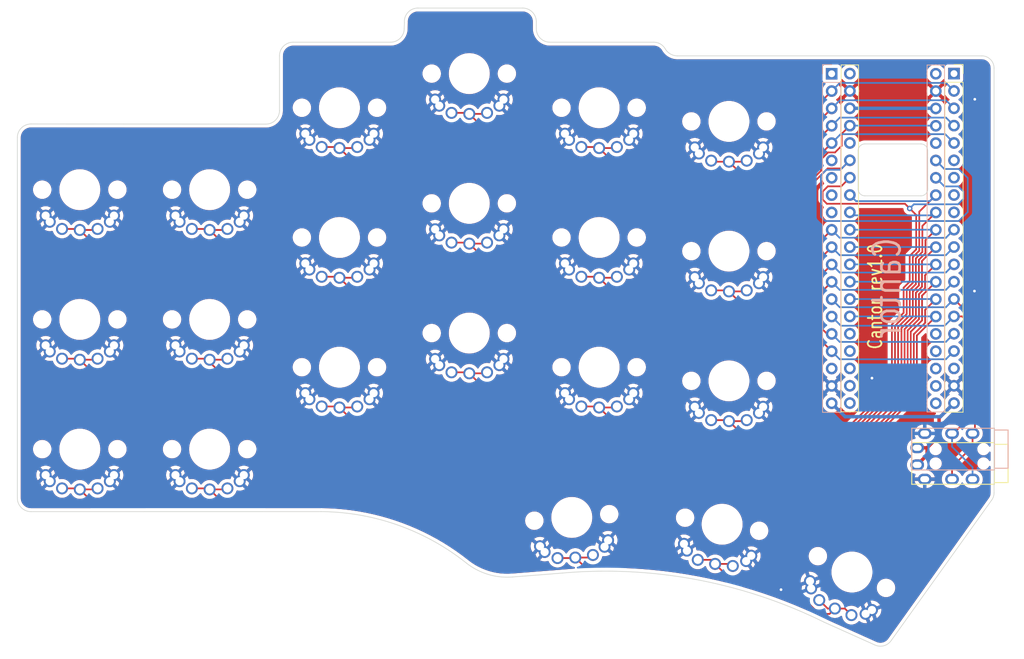
<source format=kicad_pcb>
(kicad_pcb (version 20211014) (generator pcbnew)
  (title_block (rev "rev1.0"))
  (layers (0 "F.Cu" signal) (31 "B.Cu" signal) (34 "B.Paste" user) (35 "F.Paste" user) (36 "B.SilkS" user "B.Silkscreen") (37 "F.SilkS" user "F.Silkscreen") (38 "B.Mask" user) (39 "F.Mask" user) (44 "Edge.Cuts" user))
  (net 0 "")
  (net 1 "+3V3")
  (net 2 "GND")
  (net 3 "/TX")
  (net 4 "/RX")
  (net 5 "/k00")
  (net 6 "/k01")
  (net 7 "/k02")
  (net 8 "/k03")
  (net 9 "/k04")
  (net 10 "/k05")
  (net 11 "/k10")
  (net 12 "/k11")
  (net 13 "/k12")
  (net 14 "/k13")
  (net 15 "/k14")
  (net 16 "/k15")
  (net 17 "/k20")
  (net 18 "/k21")
  (net 19 "/k22")
  (net 20 "/k23")
  (net 21 "/k24")
  (net 22 "/k25")
  (net 23 "/k30")
  (net 24 "/k31")
  (net 25 "/k32")
  (footprint "fingerpunch:gateron-ks27-choc-v1-reversible" (layer "F.Cu") (at 164 98)
    (fp_text reference "K25" hide)
    (fp_text value "KEYSW" hide)
  )
  (footprint "fingerpunch:gateron-ks27-choc-v1-reversible" (layer "F.Cu") (at 145 96)
    (fp_text reference "K24" hide)
    (fp_text value "KEYSW" hide)
  )
  (footprint "fingerpunch:gateron-ks27-choc-v1-reversible" (layer "F.Cu") (at 88 108)
    (fp_text reference "K21" hide)
    (fp_text value "KEYSW" hide)
  )
  (footprint "fingerpunch:gateron-ks27-choc-v1-reversible" (layer "F.Cu") (at 107 58)
    (fp_text reference "K02" hide)
    (fp_text value "KEYSW" hide)
  )
  (footprint "fingerpunch:gateron-ks27-choc-v1-reversible" (layer "F.Cu") (at 69 89)
    (fp_text reference "K10" hide)
    (fp_text value "KEYSW" hide)
  )
  (footprint "fingerpunch:gateron-ks27-choc-v1-reversible" (layer "F.Cu") (at 145 58)
    (fp_text reference "K04" hide)
    (fp_text value "KEYSW" hide)
  )
  (footprint "fingerpunch:gateron-ks27-choc-v1-reversible" (layer "F.Cu") (at 107 77)
    (fp_text reference "K12" hide)
    (fp_text value "KEYSW" hide)
  )
  (footprint "fingerpunch:gateron-ks27-choc-v1-reversible" (layer "F.Cu") (at 141 118 5)
    (fp_text reference "K30" hide)
    (fp_text value "KEYSW" hide)
  )
  (footprint "fingerpunch:gateron-ks27-choc-v1-reversible" (layer "F.Cu") (at 88 70)
    (fp_text reference "K01" hide)
    (fp_text value "KEYSW" hide)
  )
  (footprint "fingerpunch:gateron-ks27-choc-v1-reversible" (layer "F.Cu") (at 145 77)
    (fp_text reference "K14" hide)
    (fp_text value "KEYSW" hide)
  )
  (footprint "fingerpunch:gateron-ks27-choc-v1-reversible" (layer "F.Cu") (at 126 91)
    (fp_text reference "K23" hide)
    (fp_text value "KEYSW" hide)
  )
  (footprint "fingerpunch:gateron-ks27-choc-v1-reversible" (layer "F.Cu") (at 126 53)
    (fp_text reference "K03" hide)
    (fp_text value "KEYSW" hide)
  )
  (footprint "fingerpunch:gateron-ks27-choc-v1-reversible" (layer "F.Cu") (at 107 96)
    (fp_text reference "K22" hide)
    (fp_text value "KEYSW" hide)
  )
  (footprint "Keebio-Parts:TRRS-PJ-320A" (layer "F.Cu") (at 202.85 110.1 -90)
    (fp_text reference "J1" hide)
    (fp_text value "TRRS" hide)
  )
  (footprint "fingerpunch:gateron-ks27-choc-v1-reversible" (layer "F.Cu") (at 164 79)
    (fp_text reference "K15" hide)
    (fp_text value "KEYSW" hide)
  )
  (footprint "fingerpunch:gateron-ks27-choc-v1-reversible" (layer "F.Cu") (at 182 126 -25)
    (fp_text reference "K32" hide)
    (fp_text value "KEYSW" hide)
  )
  (footprint "fingerpunch:gateron-ks27-choc-v1-reversible" (layer "F.Cu") (at 88 89)
    (fp_text reference "K11" hide)
    (fp_text value "KEYSW" hide)
  )
  (footprint "Footprints:YAAJ_WeAct_BlackPill_2" (layer "F.Cu") (at 179.155 53)
    (fp_text reference "U1" hide)
    (fp_text value "YAAJ_WeAct_BlackPill_Part_Like" hide)
  )
  (footprint "fingerpunch:gateron-ks27-choc-v1-reversible" (layer "F.Cu") (at 164 60)
    (fp_text reference "K05" hide)
    (fp_text value "KEYSW" hide)
  )
  (footprint "fingerpunch:gateron-ks27-choc-v1-reversible" (layer "F.Cu") (at 69 108)
    (fp_text reference "K20" hide)
    (fp_text value "KEYSW" hide)
  )
  (footprint "fingerpunch:gateron-ks27-choc-v1-reversible" (layer "F.Cu") (at 126 72)
    (fp_text reference "K13" hide)
    (fp_text value "KEYSW" hide)
  )
  (footprint "fingerpunch:gateron-ks27-choc-v1-reversible" (layer "F.Cu") (at 69 70)
    (fp_text reference "K00" hide)
    (fp_text value "KEYSW" hide)
  )
  (footprint "fingerpunch:gateron-ks27-choc-v1-reversible" (layer "F.Cu") (at 163 119 -10)
    (fp_text reference "K31" hide)
    (fp_text value "KEYSW" hide)
  )
  (gr_line (start 182.9 69.9) (end 182.9 64.3) (layer "Edge.Cuts") (width 0.1))
  (gr_arc (start 201 50.4) (mid 202.272792 50.927208) (end 202.8 52.2) (layer "Edge.Cuts") (width 0.1))
  (gr_arc (start 98.222 50.4) (mid 98.807786 48.985786) (end 100.222 48.4) (layer "Edge.Cuts") (width 0.1))
  (gr_line (start 61.856 117.156) (end 104.31 117.15) (layer "Edge.Cuts") (width 0.1))
  (gr_line (start 187.767999 135.999999) (end 202.434044 115.487896) (layer "Edge.Cuts") (width 0.1))
  (gr_arc (start 132.31 126.724999) (mid 128.740962 126.338896) (end 125.56 124.674999) (layer "Edge.Cuts") (width 0.1))
  (gr_arc (start 116.502 45.53) (mid 117.023969 44.034027) (end 118.476 43.4) (layer "Edge.Cuts") (width 0.1))
  (gr_line (start 192.1 70.9) (end 183.9 70.9) (layer "Edge.Cuts") (width 0.1))
  (gr_line (start 201 50.4) (end 156.480002 50.399998) (layer "Edge.Cuts") (width 0.1))
  (gr_arc (start 182.9 64.3) (mid 183.192893 63.592893) (end 183.9 63.3) (layer "Edge.Cuts") (width 0.1))
  (gr_line (start 116.502 45.53) (end 116.476 46.4) (layer "Edge.Cuts") (width 0.1))
  (gr_line (start 135.806 46.4) (end 135.808 45.4) (layer "Edge.Cuts") (width 0.1))
  (gr_arc (start 193.1 69.9) (mid 192.807107 70.607107) (end 192.1 70.9) (layer "Edge.Cuts") (width 0.1))
  (gr_line (start 193.092893 64.3) (end 193.1 69.9) (layer "Edge.Cuts") (width 0.1))
  (gr_arc (start 202.8 114.4) (mid 202.70606 114.973899) (end 202.434044 115.487896) (layer "Edge.Cuts") (width 0.1))
  (gr_line (start 98.222 50.4) (end 98.222 58.4) (layer "Edge.Cuts") (width 0.1))
  (gr_line (start 96.222 60.4) (end 61.856 60.38) (layer "Edge.Cuts") (width 0.1))
  (gr_arc (start 133.808 43.4) (mid 135.222214 43.985786) (end 135.808 45.4) (layer "Edge.Cuts") (width 0.1))
  (gr_arc (start 116.476 46.4) (mid 115.890214 47.814214) (end 114.476 48.4) (layer "Edge.Cuts") (width 0.1))
  (gr_arc (start 61.856 117.156) (mid 60.441786 116.570214) (end 59.856 115.156) (layer "Edge.Cuts") (width 0.1))
  (gr_line (start 202.8 114.4) (end 202.8 113.2) (layer "Edge.Cuts") (width 0.1))
  (gr_line (start 139.61 126.15) (end 132.31 126.724999) (layer "Edge.Cuts") (width 0.1))
  (gr_line (start 177.939399 133.349999) (end 185.331868 136.671447) (layer "Edge.Cuts") (width 0.1))
  (gr_arc (start 137.8 48.4) (mid 136.387906 47.813849) (end 135.806 46.4) (layer "Edge.Cuts") (width 0.1))
  (gr_arc (start 156.480002 50.399998) (mid 155.454806 50.133049) (end 154.69 49.4) (layer "Edge.Cuts") (width 0.1))
  (gr_line (start 59.856 62.38) (end 59.856 115.156) (layer "Edge.Cuts") (width 0.1))
  (gr_arc (start 192.092893 63.3) (mid 192.8 63.592893) (end 193.092893 64.3) (layer "Edge.Cuts") (width 0.1))
  (gr_arc (start 183.9 70.9) (mid 183.192893 70.607107) (end 182.9 69.9) (layer "Edge.Cuts") (width 0.1))
  (gr_line (start 133.808 43.4) (end 118.476 43.4) (layer "Edge.Cuts") (width 0.1))
  (gr_arc (start 59.856 62.38) (mid 60.441786 60.965786) (end 61.856 60.38) (layer "Edge.Cuts") (width 0.1))
  (gr_arc (start 104.31 117.15) (mid 115.566229 119.129958) (end 125.56 124.674999) (layer "Edge.Cuts") (width 0.1))
  (gr_line (start 183.9 63.3) (end 192.092893 63.3) (layer "Edge.Cuts") (width 0.1))
  (gr_line (start 114.476 48.4) (end 100.222 48.4) (layer "Edge.Cuts") (width 0.1))
  (gr_arc (start 152.99 48.4) (mid 153.976154 48.668538) (end 154.69 49.4) (layer "Edge.Cuts") (width 0.1))
  (gr_line (start 202.8 113.2) (end 202.8 52.2) (layer "Edge.Cuts") (width 0.1))
  (gr_arc (start 98.222 58.4) (mid 97.636214 59.814214) (end 96.222 60.4) (layer "Edge.Cuts") (width 0.1))
  (gr_arc (start 187.767999 135.999999) (mid 186.676511 136.794969) (end 185.331868 136.671447) (layer "Edge.Cuts") (width 0.1))
  (gr_line (start 152.99 48.4) (end 137.8 48.4) (layer "Edge.Cuts") (width 0.1))
  (gr_arc (start 139.61 126.15) (mid 159.269797 127.114332) (end 177.939399 133.349999) (layer "Edge.Cuts") (width 0.1))
  (gr_text "Cantor" (at 187.15 84.4 90) (layer "B.SilkS") (effects (font (size 4 3) (thickness 0.4)) (justify mirror)))
  (gr_text "Cantor rev1.0" (at 185.4 85.65 90) (layer "F.SilkS") (effects (font (size 2 1.5) (thickness 0.25))))
  (segment (start 193 107.8) (end 191.55 107.8) (width 0.5) (layer "F.Cu") (net 1))
  (segment (start 193 108.85) (end 191.55 110.3) (width 0.5) (layer "F.Cu") (net 1))
  (segment (start 194.75 103.445) (end 194.75 106.05) (width 0.5) (layer "F.Cu") (net 1))
  (segment (start 193.3 107.5) (end 193 107.8) (width 0.5) (layer "F.Cu") (net 1))
  (segment (start 196.935 101.26) (end 194.75 103.445) (width 0.5) (layer "F.Cu") (net 1))
  (segment (start 194.75 106.05) (end 193.3 107.5) (width 0.5) (layer "F.Cu") (net 1))
  (segment (start 193 107.8) (end 193 108.85) (width 0.5) (layer "F.Cu") (net 1))
  (segment (start 179.035 101.28) (end 181.005 103.25) (width 0.5) (layer "B.Cu") (net 1))
  (segment (start 194.945 103.25) (end 196.935 101.26) (width 0.5) (layer "B.Cu") (net 1))
  (segment (start 181.005 103.25) (end 194.945 103.25) (width 0.5) (layer "B.Cu") (net 1))
  (segment (start 181.695 58.08) (end 194.255 58.08) (width 0.5) (layer "B.Cu") (net 1))
  (segment (start 194.255 58.08) (end 194.275 58.1) (width 0.25) (layer "B.Cu") (net 1))
  (via (at 199.98 56.76) (size 0.8) (drill 0.4) (layers "F.Cu" "B.Cu") (net 2))
  (via (at 171.62 128.58) (size 0.8) (drill 0.4) (layers "F.Cu" "B.Cu") (net 2))
  (via (at 184.93 97.6) (size 0.8) (drill 0.4) (layers "F.Cu" "B.Cu") (net 2))
  (via (at 199.93 84.85) (size 0.8) (drill 0.4) (layers "F.Cu" "B.Cu") (net 2))
  (segment (start 193.2 112.3) (end 192.6625 112.3) (width 0.25) (layer "B.Cu") (net 2))
  (segment (start 200 105.35) (end 199.65 105.7) (width 0.25) (layer "F.Cu") (net 3))
  (segment (start 196.65 110.6) (end 196.65 112.4) (width 0.25) (layer "F.Cu") (net 3))
  (segment (start 199.65 107.6) (end 199.65 105.7) (width 0.25) (layer "F.Cu") (net 3))
  (segment (start 199.65 107.6) (end 196.65 110.6) (width 0.25) (layer "F.Cu") (net 3))
  (segment (start 196.935 86.02) (end 200 89.085) (width 0.25) (layer "F.Cu") (net 3))
  (segment (start 200 89.085) (end 200 105.35) (width 0.25) (layer "F.Cu") (net 3))
  (segment (start 193.786995 87.213005) (end 193.788501 87.214511) (width 0.25) (layer "B.Cu") (net 3))
  (segment (start 179.035 86.04) (end 180.208005 87.213005) (width 0.25) (layer "B.Cu") (net 3))
  (segment (start 195.740489 87.214511) (end 196.935 86.02) (width 0.25) (layer "B.Cu") (net 3))
  (segment (start 193.788501 87.214511) (end 195.740489 87.214511) (width 0.25) (layer "B.Cu") (net 3))
  (segment (start 180.208005 87.213005) (end 193.786995 87.213005) (width 0.25) (layer "B.Cu") (net 3))
  (segment (start 198.11 88.56) (end 199.55048 90.00048) (width 0.25) (layer "F.Cu") (net 4))
  (segment (start 199.55048 90.00048) (end 199.55048 102.99952) (width 0.25) (layer "F.Cu") (net 4))
  (segment (start 199.55048 102.99952) (end 196.85 105.7) (width 0.25) (layer "F.Cu") (net 4))
  (segment (start 196.935 88.56) (end 198.11 88.56) (width 0.25) (layer "F.Cu") (net 4))
  (segment (start 196.85 105.7) (end 196.65 105.7) (width 0.25) (layer "F.Cu") (net 4))
  (segment (start 199.65 110.65) (end 199.65 112.4) (width 0.25) (layer "B.Cu") (net 4))
  (segment (start 196.65 107.65) (end 199.65 110.65) (width 0.25) (layer "B.Cu") (net 4))
  (segment (start 180.380489 89.925489) (end 195.569511 89.925489) (width 0.25) (layer "B.Cu") (net 4))
  (segment (start 196.65 105.7) (end 196.65 107.65) (width 0.25) (layer "B.Cu") (net 4))
  (segment (start 179.035 88.58) (end 180.380489 89.925489) (width 0.25) (layer "B.Cu") (net 4))
  (segment (start 195.569511 89.925489) (end 196.935 88.56) (width 0.25) (layer "B.Cu") (net 4))
  (segment (start 120.664114 61.858) (end 115.976114 66.546) (width 0.25) (layer "F.Cu") (net 5))
  (segment (start 97.902 76.696396) (end 96.348396 78.25) (width 0.25) (layer "F.Cu") (net 5))
  (segment (start 180.500489 66.894511) (end 178.441489 66.894511) (width 0.25) (layer "F.Cu") (net 5))
  (segment (start 175.43696 69.89904) (end 155.482644 69.89904) (width 0.25) (layer "F.Cu") (net 5))
  (segment (start 68.85 75.75) (end 69 75.9) (width 0.25) (layer "F.Cu") (net 5))
  (segment (start 71.45 75.9) (end 71.6 75.75) (width 0.25) (layer "F.Cu") (net 5))
  (segment (start 136.844 67.388) (end 131.314 61.858) (width 0.25) (layer "F.Cu") (net 5))
  (segment (start 115.976114 66.546) (end 99.670396 66.546) (width 0.25) (layer "F.Cu") (net 5))
  (segment (start 131.314 61.858) (end 120.664114 61.858) (width 0.25) (layer "F.Cu") (net 5))
  (segment (start 66.4 75.75) (end 68.85 75.75) (width 0.25) (layer "F.Cu") (net 5))
  (segment (start 181.695 65.7) (end 180.500489 66.894511) (width 0.25) (layer "F.Cu") (net 5))
  (segment (start 71.35 78.25) (end 69 75.9) (width 0.25) (layer "F.Cu") (net 5))
  (segment (start 178.441489 66.894511) (end 175.43696 69.89904) (width 0.25) (layer "F.Cu") (net 5))
  (segment (start 155.482644 69.89904) (end 152.971604 67.388) (width 0.25) (layer "F.Cu") (net 5))
  (segment (start 96.348396 78.25) (end 71.35 78.25) (width 0.25) (layer "F.Cu") (net 5))
  (segment (start 97.902 68.314396) (end 97.902 76.696396) (width 0.25) (layer "F.Cu") (net 5))
  (segment (start 99.670396 66.546) (end 97.902 68.314396) (width 0.25) (layer "F.Cu") (net 5))
  (segment (start 152.971604 67.388) (end 136.844 67.388) (width 0.25) (layer "F.Cu") (net 5))
  (segment (start 69 75.9) (end 71.45 75.9) (width 0.25) (layer "F.Cu") (net 5))
  (segment (start 198.95 68.29) (end 198.95 73.27) (width 0.25) (layer "B.Cu") (net 5))
  (segment (start 197.63 66.97) (end 198.95 68.29) (width 0.25) (layer "B.Cu") (net 5))
  (segment (start 198.95 73.27) (end 197.63 74.59) (width 0.25) (layer "B.Cu") (net 5))
  (segment (start 194.275 65.72) (end 195.525 66.97) (width 0.25) (layer "B.Cu") (net 5))
  (segment (start 177.462 73.97) (end 177.462 67.874) (width 0.25) (layer "B.Cu") (net 5))
  (segment (start 177.462 67.874) (end 178.251 67.085) (width 0.25) (layer "B.Cu") (net 5))
  (segment (start 195.525 66.97) (end 197.63 66.97) (width 0.25) (layer "B.Cu") (net 5))
  (segment (start 180.31 67.085) (end 181.695 65.7) (width 0.25) (layer "B.Cu") (net 5))
  (segment (start 178.251 67.085) (end 180.31 67.085) (width 0.25) (layer "B.Cu") (net 5))
  (segment (start 178.082 74.59) (end 177.462 73.97) (width 0.25) (layer "B.Cu") (net 5))
  (segment (start 197.63 74.59) (end 178.082 74.59) (width 0.25) (layer "B.Cu") (net 5))
  (segment (start 97.452 68.128) (end 97.452 76.51) (width 0.25) (layer "F.Cu") (net 6))
  (segment (start 177.475 67.224604) (end 175.250084 69.44952) (width 0.25) (layer "F.Cu") (net 6))
  (segment (start 88 75.9) (end 90.45 75.9) (width 0.25) (layer "F.Cu") (net 6))
  (segment (start 181.695 60.62) (end 180.5 61.815) (width 0.25) (layer "F.Cu") (net 6))
  (segment (start 115.789718 66.096) (end 99.484 66.096) (width 0.25) (layer "F.Cu") (net 6))
  (segment (start 153.158 66.938) (end 137.030396 66.938) (width 0.25) (layer "F.Cu") (net 6))
  (segment (start 179.521499 64.545489) (end 178.504511 64.545489) (width 0.25) (layer "F.Cu") (net 6))
  (segment (start 120.477718 61.408) (end 115.789718 66.096) (width 0.25) (layer "F.Cu") (net 6))
  (segment (start 180.5 61.815) (end 180.5 63.566988) (width 0.25) (layer "F.Cu") (net 6))
  (segment (start 89.90048 77.80048) (end 88 75.9) (width 0.25) (layer "F.Cu") (net 6))
  (segment (start 97.452 76.51) (end 96.16152 77.80048) (width 0.25) (layer "F.Cu") (net 6))
  (segment (start 99.484 66.096) (end 97.452 68.128) (width 0.25) (layer "F.Cu") (net 6))
  (segment (start 175.250084 69.44952) (end 155.66952 69.44952) (width 0.25) (layer "F.Cu") (net 6))
  (segment (start 131.500396 61.408) (end 120.477718 61.408) (width 0.25) (layer "F.Cu") (net 6))
  (segment (start 137.030396 66.938) (end 131.500396 61.408) (width 0.25) (layer "F.Cu") (net 6))
  (segment (start 178.504511 64.545489) (end 177.475 65.575) (width 0.25) (layer "F.Cu") (net 6))
  (segment (start 90.45 75.9) (end 90.6 75.75) (width 0.25) (layer "F.Cu") (net 6))
  (segment (start 87.85 75.75) (end 88 75.9) (width 0.25) (layer "F.Cu") (net 6))
  (segment (start 177.475 65.575) (end 177.475 67.224604) (width 0.25) (layer "F.Cu") (net 6))
  (segment (start 155.66952 69.44952) (end 153.158 66.938) (width 0.25) (layer "F.Cu") (net 6))
  (segment (start 96.16152 77.80048) (end 89.90048 77.80048) (width 0.25) (layer "F.Cu") (net 6))
  (segment (start 180.5 63.566988) (end 179.521499 64.545489) (width 0.25) (layer "F.Cu") (net 6))
  (segment (start 85.4 75.75) (end 87.85 75.75) (width 0.25) (layer "F.Cu") (net 6))
  (segment (start 194.255 60.62) (end 194.275 60.64) (width 0.25) (layer "B.Cu") (net 6))
  (segment (start 181.695 60.62) (end 194.255 60.62) (width 0.25) (layer "B.Cu") (net 6))
  (segment (start 153.47 66.488) (end 137.216792 66.488) (width 0.25) (layer "F.Cu") (net 7))
  (segment (start 104.4 63.75) (end 106.85 63.75) (width 0.25) (layer "F.Cu") (net 7))
  (segment (start 177.025 65.19) (end 177.025 67.038208) (width 0.25) (layer "F.Cu") (net 7))
  (segment (start 155.982 69) (end 153.47 66.488) (width 0.25) (layer "F.Cu") (net 7))
  (segment (start 179.035 63.18) (end 177.025 65.19) (width 0.25) (layer "F.Cu") (net 7))
  (segment (start 109.45 63.9) (end 109.6 63.75) (width 0.25) (layer "F.Cu") (net 7))
  (segment (start 131.686792 60.958) (end 120.292 60.958) (width 0.25) (layer "F.Cu") (net 7))
  (segment (start 106.85 63.75) (end 107 63.9) (width 0.25) (layer "F.Cu") (net 7))
  (segment (start 108.688 65.588) (end 107 63.9) (width 0.25) (layer "F.Cu") (net 7))
  (segment (start 115.662 65.588) (end 108.688 65.588) (width 0.25) (layer "F.Cu") (net 7))
  (segment (start 177.025 67.038208) (end 175.063208 69) (width 0.25) (layer "F.Cu") (net 7))
  (segment (start 107 63.9) (end 109.45 63.9) (width 0.25) (layer "F.Cu") (net 7))
  (segment (start 175.063208 69) (end 155.982 69) (width 0.25) (layer "F.Cu") (net 7))
  (segment (start 120.292 60.958) (end 115.662 65.588) (width 0.25) (layer "F.Cu") (net 7))
  (segment (start 137.216792 66.488) (end 131.686792 60.958) (width 0.25) (layer "F.Cu") (net 7))
  (segment (start 180.345 61.87) (end 195.645 61.87) (width 0.25) (layer "B.Cu") (net 7))
  (segment (start 179.035 63.18) (end 180.345 61.87) (width 0.25) (layer "B.Cu") (net 7))
  (segment (start 195.645 61.87) (end 196.935 63.16) (width 0.25) (layer "B.Cu") (net 7))
  (segment (start 127.608 60.508) (end 126 58.9) (width 0.25) (layer "F.Cu") (net 8))
  (segment (start 176.575 66.851812) (end 174.926812 68.5) (width 0.25) (layer "F.Cu") (net 8))
  (segment (start 123.4 58.75) (end 125.85 58.75) (width 0.25) (layer "F.Cu") (net 8))
  (segment (start 177.462 62.213) (end 177.462 64.116604) (width 0.25) (layer "F.Cu") (net 8))
  (segment (start 137.403188 66.038) (end 131.873188 60.508) (width 0.25) (layer "F.Cu") (net 8))
  (segment (start 153.720594 66.038) (end 137.403188 66.038) (width 0.25) (layer "F.Cu") (net 8))
  (segment (start 156.182594 68.5) (end 153.720594 66.038) (width 0.25) (layer "F.Cu") (net 8))
  (segment (start 179.035 60.64) (end 177.462 62.213) (width 0.25) (layer "F.Cu") (net 8))
  (segment (start 126 58.9) (end 128.45 58.9) (width 0.25) (layer "F.Cu") (net 8))
  (segment (start 177.462 64.116604) (end 176.575 65.003604) (width 0.25) (layer "F.Cu") (net 8))
  (segment (start 174.926812 68.5) (end 156.182594 68.5) (width 0.25) (layer "F.Cu") (net 8))
  (segment (start 176.575 65.003604) (end 176.575 66.851812) (width 0.25) (layer "F.Cu") (net 8))
  (segment (start 125.85 58.75) (end 126 58.9) (width 0.25) (layer "F.Cu") (net 8))
  (segment (start 131.873188 60.508) (end 127.608 60.508) (width 0.25) (layer "F.Cu") (net 8))
  (segment (start 128.45 58.9) (end 128.6 58.75) (width 0.25) (layer "F.Cu") (net 8))
  (segment (start 179.035 60.64) (end 180.229511 59.445489) (width 0.25) (layer "B.Cu") (net 8))
  (segment (start 180.229511 59.445489) (end 195.760489 59.445489) (width 0.25) (layer "B.Cu") (net 8))
  (segment (start 195.760489 59.445489) (end 196.935 60.62) (width 0.25) (layer "B.Cu") (net 8))
  (segment (start 147.45 63.9) (end 147.6 63.75) (width 0.25) (layer "F.Cu") (net 9))
  (segment (start 177.012 63.930208) (end 176.125 64.817208) (width 0.25) (layer "F.Cu") (net 9))
  (segment (start 179.035 58.1) (end 177.462 59.673) (width 0.25) (layer "F.Cu") (net 9))
  (segment (start 177.012 62.026604) (end 177.012 63.930208) (width 0.25) (layer "F.Cu") (net 9))
  (segment (start 176.125 66.665416) (end 174.790416 68) (width 0.25) (layer "F.Cu") (net 9))
  (segment (start 144.85 63.75) (end 145 63.9) (width 0.25) (layer "F.Cu") (net 9))
  (segment (start 176.125 64.817208) (end 176.125 66.665416) (width 0.25) (layer "F.Cu") (net 9))
  (segment (start 142.4 63.75) (end 144.85 63.75) (width 0.25) (layer "F.Cu") (net 9))
  (segment (start 177.462 61.576604) (end 177.012 62.026604) (width 0.25) (layer "F.Cu") (net 9))
  (segment (start 156.31899 68) (end 153.90699 65.588) (width 0.25) (layer "F.Cu") (net 9))
  (segment (start 145 63.9) (end 147.45 63.9) (width 0.25) (layer "F.Cu") (net 9))
  (segment (start 146.688 65.588) (end 145 63.9) (width 0.25) (layer "F.Cu") (net 9))
  (segment (start 177.462 59.673) (end 177.462 61.576604) (width 0.25) (layer "F.Cu") (net 9))
  (segment (start 174.790416 68) (end 156.31899 68) (width 0.25) (layer "F.Cu") (net 9))
  (segment (start 153.90699 65.588) (end 146.688 65.588) (width 0.25) (layer "F.Cu") (net 9))
  (segment (start 179.035 58.1) (end 180.229511 56.905489) (width 0.25) (layer "B.Cu") (net 9))
  (segment (start 195.760489 56.905489) (end 196.935 58.08) (width 0.25) (layer "B.Cu") (net 9))
  (segment (start 180.229511 56.905489) (end 195.760489 56.905489) (width 0.25) (layer "B.Cu") (net 9))
  (segment (start 177.012 61.390208) (end 176.562 61.840208) (width 0.25) (layer "F.Cu") (net 10))
  (segment (start 164 65.9) (end 161.55 65.9) (width 0.25) (layer "F.Cu") (net 10))
  (segment (start 176.562 61.840208) (end 176.562 63.743812) (width 0.25) (layer "F.Cu") (net 10))
  (segment (start 175.675 64.630812) (end 175.675 66.47902) (width 0.25) (layer "F.Cu") (net 10))
  (segment (start 176.562 63.743812) (end 175.675 64.630812) (width 0.25) (layer "F.Cu") (net 10))
  (segment (start 165.65048 67.55048) (end 164 65.9) (width 0.25) (layer "F.Cu") (net 10))
  (segment (start 161.55 65.9) (end 161.4 65.75) (width 0.25) (layer "F.Cu") (net 10))
  (segment (start 175.675 66.47902) (end 174.60354 67.55048) (width 0.25) (layer "F.Cu") (net 10))
  (segment (start 177.012 59.486604) (end 177.012 61.390208) (width 0.25) (layer "F.Cu") (net 10))
  (segment (start 164 65.9) (end 166.45 65.9) (width 0.25) (layer "F.Cu") (net 10))
  (segment (start 174.60354 67.55048) (end 165.65048 67.55048) (width 0.25) (layer "F.Cu") (net 10))
  (segment (start 177.462 57.133) (end 177.462 59.036604) (width 0.25) (layer "F.Cu") (net 10))
  (segment (start 177.462 59.036604) (end 177.012 59.486604) (width 0.25) (layer "F.Cu") (net 10))
  (segment (start 179.035 55.56) (end 177.462 57.133) (width 0.25) (layer "F.Cu") (net 10))
  (segment (start 166.45 65.9) (end 166.6 65.75) (width 0.25) (layer "F.Cu") (net 10))
  (segment (start 179.035 55.56) (end 180.229511 54.365489) (width 0.25) (layer "B.Cu") (net 10))
  (segment (start 195.760489 54.365489) (end 196.935 55.54) (width 0.25) (layer "B.Cu") (net 10))
  (segment (start 180.229511 54.365489) (end 195.760489 54.365489) (width 0.25) (layer "B.Cu") (net 10))
  (segment (start 66.4 94.75) (end 68.85 94.75) (width 0.25) (layer "F.Cu") (net 11))
  (segment (start 112.233436 85.538) (end 116.863436 80.908) (width 0.25) (layer "F.Cu") (net 11))
  (segment (start 116.863436 80.908) (end 130.552 80.908) (width 0.25) (layer "F.Cu") (net 11))
  (segment (start 97.902 94.848678) (end 97.902 87.364396) (width 0.25) (layer "F.Cu") (net 11))
  (segment (start 97.902 87.364396) (end 99.728396 85.538) (width 0.25) (layer "F.Cu") (net 11))
  (segment (start 71.45 94.9) (end 71.6 94.75) (width 0.25) (layer "F.Cu") (net 11))
  (segment (start 99.728396 85.538) (end 112.233436 85.538) (width 0.25) (layer "F.Cu") (net 11))
  (segment (start 152.206812 86.438) (end 154.724812 88.956) (width 0.25) (layer "F.Cu") (net 11))
  (segment (start 136.082 86.438) (end 152.206812 86.438) (width 0.25) (layer "F.Cu") (net 11))
  (segment (start 70.93 96.83) (end 95.920678 96.83) (width 0.25) (layer "F.Cu") (net 11))
  (segment (start 130.552 80.908) (end 136.082 86.438) (width 0.25) (layer "F.Cu") (net 11))
  (segment (start 177.5 90.9) (end 177.5 92.125) (width 0.25) (layer "F.Cu") (net 11))
  (segment (start 69 94.9) (end 70.93 96.83) (width 0.25) (layer "F.Cu") (net 11))
  (segment (start 95.920678 96.83) (end 97.902 94.848678) (width 0.25) (layer "F.Cu") (net 11))
  (segment (start 154.724812 88.956) (end 175.556 88.956) (width 0.25) (layer "F.Cu") (net 11))
  (segment (start 68.85 94.75) (end 69 94.9) (width 0.25) (layer "F.Cu") (net 11))
  (segment (start 175.556 88.956) (end 177.5 90.9) (width 0.25) (layer "F.Cu") (net 11))
  (segment (start 177.5 92.125) (end 179.035 93.66) (width 0.25) (layer "F.Cu") (net 11))
  (segment (start 69 94.9) (end 71.45 94.9) (width 0.25) (layer "F.Cu") (net 11))
  (segment (start 179.035 93.66) (end 180.209511 94.834511) (width 0.25) (layer "B.Cu") (net 11))
  (segment (start 180.209511 94.834511) (end 195.740489 94.834511) (width 0.25) (layer "B.Cu") (net 11))
  (segment (start 195.740489 94.834511) (end 196.935 93.64) (width 0.25) (layer "B.Cu") (net 11))
  (segment (start 178.36 91.12) (end 175.746 88.506) (width 0.25) (layer "F.Cu") (net 12))
  (segment (start 175.746 88.506) (end 154.911208 88.506) (width 0.25) (layer "F.Cu") (net 12))
  (segment (start 99.542 85.088) (end 97.452 87.178) (width 0.25) (layer "F.Cu") (net 12))
  (segment (start 88 94.9) (end 90.45 94.9) (width 0.25) (layer "F.Cu") (net 12))
  (segment (start 97.452 94.662282) (end 95.734282 96.38) (width 0.25) (layer "F.Cu") (net 12))
  (segment (start 152.393208 85.988) (end 136.268396 85.988) (width 0.25) (layer "F.Cu") (net 12))
  (segment (start 88 95.252) (end 88 94.9) (width 0.25) (layer "F.Cu") (net 12))
  (segment (start 90.45 94.9) (end 90.6 94.75) (width 0.25) (layer "F.Cu") (net 12))
  (segment (start 136.268396 85.988) (end 130.738396 80.458) (width 0.25) (layer "F.Cu") (net 12))
  (segment (start 179.035 91.12) (end 178.36 91.12) (width 0.25) (layer "F.Cu") (net 12))
  (segment (start 116.67704 80.458) (end 112.04704 85.088) (width 0.25) (layer "F.Cu") (net 12))
  (segment (start 85.4 94.75) (end 87.85 94.75) (width 0.25) (layer "F.Cu") (net 12))
  (segment (start 87.85 94.75) (end 88 94.9) (width 0.25) (layer "F.Cu") (net 12))
  (segment (start 95.734282 96.38) (end 89.128 96.38) (width 0.25) (layer "F.Cu") (net 12))
  (segment (start 89.128 96.38) (end 88 95.252) (width 0.25) (layer "F.Cu") (net 12))
  (segment (start 97.452 87.178) (end 97.452 94.662282) (width 0.25) (layer "F.Cu") (net 12))
  (segment (start 154.911208 88.506) (end 152.393208 85.988) (width 0.25) (layer "F.Cu") (net 12))
  (segment (start 130.738396 80.458) (end 116.67704 80.458) (width 0.25) (layer "F.Cu") (net 12))
  (segment (start 112.04704 85.088) (end 99.542 85.088) (width 0.25) (layer "F.Cu") (net 12))
  (segment (start 195.740489 92.294511) (end 196.935 91.1) (width 0.25) (layer "B.Cu") (net 12))
  (segment (start 180.209511 92.294511) (end 195.740489 92.294511) (width 0.25) (layer "B.Cu") (net 12))
  (segment (start 179.035 91.12) (end 180.209511 92.294511) (width 0.25) (layer "B.Cu") (net 12))
  (segment (start 136.454792 85.538) (end 130.924792 80.008) (width 0.25) (layer "F.Cu") (net 13))
  (segment (start 130.924792 80.008) (end 116.490644 80.008) (width 0.25) (layer "F.Cu") (net 13))
  (segment (start 177.462 85.073) (end 177.462 86.924) (width 0.25) (layer "F.Cu") (net 13))
  (segment (start 107 82.9) (end 109.45 82.9) (width 0.25) (layer "F.Cu") (net 13))
  (segment (start 116.490644 80.008) (end 111.860644 84.638) (width 0.25) (layer "F.Cu") (net 13))
  (segment (start 155.097604 88.056) (end 152.579604 85.538) (width 0.25) (layer "F.Cu") (net 13))
  (segment (start 108.738 84.638) (end 107 82.9) (width 0.25) (layer "F.Cu") (net 13))
  (segment (start 152.579604 85.538) (end 136.454792 85.538) (width 0.25) (layer "F.Cu") (net 13))
  (segment (start 104.4 82.75) (end 106.85 82.75) (width 0.25) (layer "F.Cu") (net 13))
  (segment (start 109.45 82.9) (end 109.6 82.75) (width 0.25) (layer "F.Cu") (net 13))
  (segment (start 176.33 88.056) (end 155.097604 88.056) (width 0.25) (layer "F.Cu") (net 13))
  (segment (start 179.035 83.5) (end 177.462 85.073) (width 0.25) (layer "F.Cu") (net 13))
  (segment (start 106.85 82.75) (end 107 82.9) (width 0.25) (layer "F.Cu") (net 13))
  (segment (start 177.462 86.924) (end 176.33 88.056) (width 0.25) (layer "F.Cu") (net 13))
  (segment (start 111.860644 84.638) (end 108.738 84.638) (width 0.25) (layer "F.Cu") (net 13))
  (segment (start 195.740489 84.674511) (end 196.935 83.48) (width 0.25) (layer "B.Cu") (net 13))
  (segment (start 179.035 83.5) (end 180.209511 84.674511) (width 0.25) (layer "B.Cu") (net 13))
  (segment (start 180.209511 84.674511) (end 195.740489 84.674511) (width 0.25) (layer "B.Cu") (net 13))
  (segment (start 177.012 86.737604) (end 176.143604 87.606) (width 0.25) (layer "F.Cu") (net 14))
  (segment (start 136.641188 85.088) (end 131.111188 79.558) (width 0.25) (layer "F.Cu") (net 14))
  (segment (start 176.143604 87.606) (end 155.284 87.606) (width 0.25) (layer "F.Cu") (net 14))
  (segment (start 128.45 77.9) (end 128.6 77.75) (width 0.25) (layer "F.Cu") (net 14))
  (segment (start 177.462 84.436604) (end 177.012 84.886604) (width 0.25) (layer "F.Cu") (net 14))
  (segment (start 177.462 82.533) (end 177.462 84.436604) (width 0.25) (layer "F.Cu") (net 14))
  (segment (start 126 77.9) (end 128.45 77.9) (width 0.25) (layer "F.Cu") (net 14))
  (segment (start 123.4 77.75) (end 125.85 77.75) (width 0.25) (layer "F.Cu") (net 14))
  (segment (start 177.012 84.886604) (end 177.012 86.737604) (width 0.25) (layer "F.Cu") (net 14))
  (segment (start 127.658 79.558) (end 126 77.9) (width 0.25) (layer "F.Cu") (net 14))
  (segment (start 152.766 85.088) (end 136.641188 85.088) (width 0.25) (layer "F.Cu") (net 14))
  (segment (start 179.035 80.96) (end 177.462 82.533) (width 0.25) (layer "F.Cu") (net 14))
  (segment (start 125.85 77.75) (end 126 77.9) (width 0.25) (layer "F.Cu") (net 14))
  (segment (start 131.111188 79.558) (end 127.658 79.558) (width 0.25) (layer "F.Cu") (net 14))
  (segment (start 155.284 87.606) (end 152.766 85.088) (width 0.25) (layer "F.Cu") (net 14))
  (segment (start 179.035 80.96) (end 180.209511 82.134511) (width 0.25) (layer "B.Cu") (net 14))
  (segment (start 180.209511 82.134511) (end 195.740489 82.134511) (width 0.25) (layer "B.Cu") (net 14))
  (segment (start 195.740489 82.134511) (end 196.935 80.94) (width 0.25) (layer "B.Cu") (net 14))
  (segment (start 147.45 82.9) (end 147.6 82.75) (width 0.25) (layer "F.Cu") (net 15))
  (segment (start 179.035 78.42) (end 177.462 79.993) (width 0.25) (layer "F.Cu") (net 15))
  (segment (start 176.562 86.551208) (end 175.957208 87.156) (width 0.25) (layer "F.Cu") (net 15))
  (segment (start 152.952396 84.638) (end 146.738 84.638) (width 0.25) (layer "F.Cu") (net 15))
  (segment (start 155.470396 87.156) (end 152.952396 84.638) (width 0.25) (layer "F.Cu") (net 15))
  (segment (start 176.562 84.700208) (end 176.562 86.551208) (width 0.25) (layer "F.Cu") (net 15))
  (segment (start 175.957208 87.156) (end 155.470396 87.156) (width 0.25) (layer "F.Cu") (net 15))
  (segment (start 144.85 82.75) (end 145 82.9) (width 0.25) (layer "F.Cu") (net 15))
  (segment (start 145 82.9) (end 147.45 82.9) (width 0.25) (layer "F.Cu") (net 15))
  (segment (start 146.738 84.638) (end 145 82.9) (width 0.25) (layer "F.Cu") (net 15))
  (segment (start 177.462 79.993) (end 177.462 81.896604) (width 0.25) (layer "F.Cu") (net 15))
  (segment (start 142.4 82.75) (end 144.85 82.75) (width 0.25) (layer "F.Cu") (net 15))
  (segment (start 177.012 84.250208) (end 176.562 84.700208) (width 0.25) (layer "F.Cu") (net 15))
  (segment (start 177.012 82.346604) (end 177.012 84.250208) (width 0.25) (layer "F.Cu") (net 15))
  (segment (start 177.462 81.896604) (end 177.012 82.346604) (width 0.25) (layer "F.Cu") (net 15))
  (segment (start 195.740489 79.594511) (end 196.935 78.4) (width 0.25) (layer "B.Cu") (net 15))
  (segment (start 180.209511 79.594511) (end 195.740489 79.594511) (width 0.25) (layer "B.Cu") (net 15))
  (segment (start 179.035 78.42) (end 180.209511 79.594511) (width 0.25) (layer "B.Cu") (net 15))
  (segment (start 176.562 84.063812) (end 176.112 84.513812) (width 0.25) (layer "F.Cu") (net 16))
  (segment (start 177.012 81.710208) (end 176.562 82.160208) (width 0.25) (layer "F.Cu") (net 16))
  (segment (start 179.035 75.88) (end 177.462 77.453) (width 0.25) (layer "F.Cu") (net 16))
  (segment (start 177.462 79.356604) (end 177.012 79.806604) (width 0.25) (layer "F.Cu") (net 16))
  (segment (start 164 84.9) (end 166.45 84.9) (width 0.25) (layer "F.Cu") (net 16))
  (segment (start 165.77 86.67) (end 164 84.9) (width 0.25) (layer "F.Cu") (net 16))
  (segment (start 177.462 77.453) (end 177.462 79.356604) (width 0.25) (layer "F.Cu") (net 16))
  (segment (start 175.806812 86.67) (end 165.77 86.67) (width 0.25) (layer "F.Cu") (net 16))
  (segment (start 177.012 79.806604) (end 177.012 81.710208) (width 0.25) (layer "F.Cu") (net 16))
  (segment (start 176.112 84.513812) (end 176.112 86.364812) (width 0.25) (layer "F.Cu") (net 16))
  (segment (start 176.562 82.160208) (end 176.562 84.063812) (width 0.25) (layer "F.Cu") (net 16))
  (segment (start 163.85 84.75) (end 164 84.9) (width 0.25) (layer "F.Cu") (net 16))
  (segment (start 176.112 86.364812) (end 175.806812 86.67) (width 0.25) (layer "F.Cu") (net 16))
  (segment (start 161.4 84.75) (end 163.85 84.75) (width 0.25) (layer "F.Cu") (net 16))
  (segment (start 166.45 84.9) (end 166.6 84.75) (width 0.25) (layer "F.Cu") (net 16))
  (segment (start 179.035 75.88) (end 180.189511 77.034511) (width 0.25) (layer "B.Cu") (net 16))
  (segment (start 195.740489 77.054511) (end 196.935 75.86) (width 0.25) (layer "B.Cu") (net 16))
  (segment (start 192.275009 77.034511) (end 192.295009 77.054511) (width 0.25) (layer "B.Cu") (net 16))
  (segment (start 180.189511 77.034511) (end 192.275009 77.034511) (width 0.25) (layer "B.Cu") (net 16))
  (segment (start 192.295009 77.054511) (end 195.740489 77.054511) (width 0.25) (layer "B.Cu") (net 16))
  (segment (start 69 113.9) (end 71.45 113.9) (width 0.25) (layer "F.Cu") (net 17))
  (segment (start 68.85 113.75) (end 69 113.9) (width 0.25) (layer "F.Cu") (net 17))
  (segment (start 66.4 113.75) (end 68.85 113.75) (width 0.25) (layer "F.Cu") (net 17))
  (segment (start 134.674 104.334) (end 138.114 107.774) (width 0.25) (layer "F.Cu") (net 17))
  (segment (start 95.542198 116.076) (end 97.775 113.843198) (width 0.25) (layer "F.Cu") (net 17))
  (segment (start 191.810601 88.963802) (end 191.810601 85.289399) (width 0.25) (layer "F.Cu") (net 17))
  (segment (start 191.810601 85.289399) (end 192.7 84.4) (width 0.25) (layer "F.Cu") (net 17))
  (segment (start 99.347396 104.334) (end 134.674 104.334) (width 0.25) (layer "F.Cu") (net 17))
  (segment (start 97.775 105.906396) (end 99.347396 104.334) (width 0.25) (layer "F.Cu") (net 17))
  (segment (start 71.45 113.9) (end 71.6 113.75) (width 0.25) (layer "F.Cu") (net 17))
  (segment (start 192.7 84.4) (end 192.7 82.535) (width 0.25) (layer "F.Cu") (net 17))
  (segment (start 190.15144 99.38056) (end 190.15144 90.622963) (width 0.25) (layer "F.Cu") (net 17))
  (segment (start 138.114 107.774) (end 181.758 107.774) (width 0.25) (layer "F.Cu") (net 17))
  (segment (start 69 113.9) (end 71.176 116.076) (width 0.25) (layer "F.Cu") (net 17))
  (segment (start 71.176 116.076) (end 95.542198 116.076) (width 0.25) (layer "F.Cu") (net 17))
  (segment (start 192.7 82.535) (end 194.275 80.96) (width 0.25) (layer "F.Cu") (net 17))
  (segment (start 97.775 113.843198) (end 97.775 105.906396) (width 0.25) (layer "F.Cu") (net 17))
  (segment (start 181.758 107.774) (end 190.15144 99.38056) (width 0.25) (layer "F.Cu") (net 17))
  (segment (start 190.15144 90.622963) (end 191.810601 88.963802) (width 0.25) (layer "F.Cu") (net 17))
  (segment (start 181.695 80.94) (end 194.255 80.94) (width 0.25) (layer "B.Cu") (net 17))
  (segment (start 194.255 80.94) (end 194.275 80.96) (width 0.25) (layer "B.Cu") (net 17))
  (segment (start 85.4 113.75) (end 87.85 113.75) (width 0.25) (layer "F.Cu") (net 18))
  (segment (start 192.25048 80.44452) (end 194.275 78.42) (width 0.25) (layer "F.Cu") (net 18))
  (segment (start 88 113.9) (end 90.45 113.9) (width 0.25) (layer "F.Cu") (net 18))
  (segment (start 191.361081 85.103202) (end 192.25048 84.213802) (width 0.25) (layer "F.Cu") (net 18))
  (segment (start 134.860396 103.884) (end 138.300396 107.324) (width 0.25) (layer "F.Cu") (net 18))
  (segment (start 88 113.9) (end 89.726 115.626) (width 0.25) (layer "F.Cu") (net 18))
  (segment (start 87.85 113.75) (end 88 113.9) (width 0.25) (layer "F.Cu") (net 18))
  (segment (start 95.355802 115.626) (end 97.325 113.656802) (width 0.25) (layer "F.Cu") (net 18))
  (segment (start 192.25048 84.213802) (end 192.25048 80.44452) (width 0.25) (layer "F.Cu") (net 18))
  (segment (start 97.325 113.656802) (end 97.325 105.72) (width 0.25) (layer "F.Cu") (net 18))
  (segment (start 97.325 105.72) (end 99.161 103.884) (width 0.25) (layer "F.Cu") (net 18))
  (segment (start 181.471584 107.324) (end 189.70192 99.093664) (width 0.25) (layer "F.Cu") (net 18))
  (segment (start 189.70192 90.436765) (end 191.361081 88.777604) (width 0.25) (layer "F.Cu") (net 18))
  (segment (start 138.300396 107.324) (end 181.471584 107.324) (width 0.25) (layer "F.Cu") (net 18))
  (segment (start 191.361081 88.777604) (end 191.361081 85.103202) (width 0.25) (layer "F.Cu") (net 18))
  (segment (start 189.70192 99.093664) (end 189.70192 90.436765) (width 0.25) (layer "F.Cu") (net 18))
  (segment (start 89.726 115.626) (end 95.355802 115.626) (width 0.25) (layer "F.Cu") (net 18))
  (segment (start 99.161 103.884) (end 134.860396 103.884) (width 0.25) (layer "F.Cu") (net 18))
  (segment (start 90.45 113.9) (end 90.6 113.75) (width 0.25) (layer "F.Cu") (net 18))
  (segment (start 194.255 78.4) (end 194.275 78.42) (width 0.25) (layer "B.Cu") (net 18))
  (segment (start 181.695 78.4) (end 194.255 78.4) (width 0.25) (layer "B.Cu") (net 18))
  (segment (start 181.285188 106.874) (end 138.486792 106.874) (width 0.25) (layer "F.Cu") (net 19))
  (segment (start 192.754641 77.400359) (end 192.754641 79.304641) (width 0.25) (layer "F.Cu") (net 19))
  (segment (start 104.4 101.75) (end 106.85 101.75) (width 0.25) (layer "F.Cu") (net 19))
  (segment (start 107 101.9) (end 109.45 101.9) (width 0.25) (layer "F.Cu") (net 19))
  (segment (start 106.85 101.75) (end 107 101.9) (width 0.25) (layer "F.Cu") (net 19))
  (segment (start 108.534 103.434) (end 107 101.9) (width 0.25) (layer "F.Cu") (net 19))
  (segment (start 135.046792 103.434) (end 108.534 103.434) (width 0.25) (layer "F.Cu") (net 19))
  (segment (start 192.754641 79.304641) (end 191.80096 80.258323) (width 0.25) (layer "F.Cu") (net 19))
  (segment (start 190.911562 84.917003) (end 190.911561 88.591406) (width 0.25) (layer "F.Cu") (net 19))
  (segment (start 191.80096 80.258323) (end 191.80096 84.027605) (width 0.25) (layer "F.Cu") (net 19))
  (segment (start 190.911561 88.591406) (end 189.25 90.252967) (width 0.25) (layer "F.Cu") (net 19))
  (segment (start 138.486792 106.874) (end 135.046792 103.434) (width 0.25) (layer "F.Cu") (net 19))
  (segment (start 191.80096 84.027605) (end 190.911562 84.917003) (width 0.25) (layer "F.Cu") (net 19))
  (segment (start 194.275 75.88) (end 192.754641 77.400359) (width 0.25) (layer "F.Cu") (net 19))
  (segment (start 189.25 90.252967) (end 189.25 98.909188) (width 0.25) (layer "F.Cu") (net 19))
  (segment (start 109.45 101.9) (end 109.6 101.75) (width 0.25) (layer "F.Cu") (net 19))
  (segment (start 189.25 98.909188) (end 181.285188 106.874) (width 0.25) (layer "F.Cu") (net 19))
  (segment (start 194.255 75.86) (end 194.275 75.88) (width 0.25) (layer "B.Cu") (net 19))
  (segment (start 181.695 75.86) (end 194.255 75.86) (width 0.25) (layer "B.Cu") (net 19))
  (segment (start 125.85 96.75) (end 126 96.9) (width 0.25) (layer "F.Cu") (net 20))
  (segment (start 188.75096 90.116289) (end 188.75096 98.771832) (width 0.25) (layer "F.Cu") (net 20))
  (segment (start 181.078792 106.424) (end 138.673188 106.424) (width 0.25) (layer "F.Cu") (net 20))
  (segment (start 188.75096 98.771832) (end 182.920872 104.60192) (width 0.25) (layer "F.Cu") (net 20))
  (segment (start 194.275 73.34) (end 192.305121 75.309879) (width 0.25) (layer "F.Cu") (net 20))
  (segment (start 138.673188 106.424) (end 130.857188 98.608) (width 0.25) (layer "F.Cu") (net 20))
  (segment (start 192.305121 79.118444) (end 191.35144 80.072126) (width 0.25) (layer "F.Cu") (net 20))
  (segment (start 192.305121 75.309879) (end 192.305121 79.118444) (width 0.25) (layer "F.Cu") (net 20))
  (segment (start 191.35144 83.841407) (end 190.462042 84.730806) (width 0.25) (layer "F.Cu") (net 20))
  (segment (start 127.708 98.608) (end 126 96.9) (width 0.25) (layer "F.Cu") (net 20))
  (segment (start 182.900872 104.60192) (end 181.078792 106.424) (width 0.25) (layer "F.Cu") (net 20))
  (segment (start 190.462042 84.730806) (end 190.462042 88.405207) (width 0.25) (layer "F.Cu") (net 20))
  (segment (start 126 96.9) (end 128.45 96.9) (width 0.25) (layer "F.Cu") (net 20))
  (segment (start 191.35144 80.072126) (end 191.35144 83.841407) (width 0.25) (layer "F.Cu") (net 20))
  (segment (start 128.45 96.9) (end 128.6 96.75) (width 0.25) (layer "F.Cu") (net 20))
  (segment (start 182.920872 104.60192) (end 182.900872 104.60192) (width 0.25) (layer "F.Cu") (net 20))
  (segment (start 130.857188 98.608) (end 127.708 98.608) (width 0.25) (layer "F.Cu") (net 20))
  (segment (start 190.462042 88.405207) (end 188.75096 90.116289) (width 0.25) (layer "F.Cu") (net 20))
  (segment (start 123.4 96.75) (end 125.85 96.75) (width 0.25) (layer "F.Cu") (net 20))
  (segment (start 181.695 73.32) (end 182.135 73.76) (width 0.25) (layer "B.Cu") (net 20))
  (segment (start 182.135 73.76) (end 193.855 73.76) (width 0.25) (layer "B.Cu") (net 20))
  (segment (start 193.855 73.76) (end 194.275 73.34) (width 0.25) (layer "B.Cu") (net 20))
  (segment (start 180.892396 105.974) (end 149.074 105.974) (width 0.25) (layer "F.Cu") (net 21))
  (segment (start 147.45 101.9) (end 147.6 101.75) (width 0.25) (layer "F.Cu") (net 21))
  (segment (start 144.85 101.75) (end 145 101.9) (width 0.25) (layer "F.Cu") (net 21))
  (segment (start 182.734476 104.15192) (end 182.714476 104.15192) (width 0.25) (layer "F.Cu") (net 21))
  (segment (start 182.714476 104.15192) (end 180.892396 105.974) (width 0.25) (layer "F.Cu") (net 21))
  (segment (start 190.901921 79.885927) (end 190.90192 83.65521) (width 0.25) (layer "F.Cu") (net 21))
  (segment (start 142.4 101.75) (end 144.85 101.75) (width 0.25) (layer "F.Cu") (net 21))
  (segment (start 145 101.9) (end 147.45 101.9) (width 0.25) (layer "F.Cu") (net 21))
  (segment (start 149.074 105.974) (end 145 101.9) (width 0.25) (layer "F.Cu") (net 21))
  (segment (start 190.012522 88.219009) (end 188.30096 89.930572) (width 0.25) (layer "F.Cu") (net 21))
  (segment (start 190.90192 83.65521) (end 190.012523 84.544607) (width 0.25) (layer "F.Cu") (net 21))
  (segment (start 191.855601 73.219399) (end 191.855601 78.932247) (width 0.25) (layer "F.Cu") (net 21))
  (segment (start 190.012523 84.544607) (end 190.012522 88.219009) (width 0.25) (layer "F.Cu") (net 21))
  (segment (start 188.30096 89.930572) (end 188.30096 98.585436) (width 0.25) (layer "F.Cu") (net 21))
  (segment (start 188.30096 98.585436) (end 182.734476 104.15192) (width 0.25) (layer "F.Cu") (net 21))
  (segment (start 191.855601 78.932247) (end 190.901921 79.885927) (width 0.25) (layer "F.Cu") (net 21))
  (segment (start 194.275 70.8) (end 191.855601 73.219399) (width 0.25) (layer "F.Cu") (net 21))
  (segment (start 181.695 70.78) (end 182.595 71.68) (width 0.25) (layer "B.Cu") (net 21))
  (segment (start 182.595 71.68) (end 193.395 71.68) (width 0.25) (layer "B.Cu") (net 21))
  (segment (start 193.395 71.68) (end 194.275 70.8) (width 0.25) (layer "B.Cu") (net 21))
  (segment (start 180.764 105.466) (end 165.566 105.466) (width 0.25) (layer "F.Cu") (net 22))
  (segment (start 182.54808 103.70192) (end 182.52808 103.70192) (width 0.25) (layer "F.Cu") (net 22))
  (segment (start 178.473012 69.51) (end 180.425 69.51) (width 0.25) (layer "F.Cu") (net 22))
  (segment (start 187.85096 89.744855) (end 187.85096 98.39904) (width 0.25) (layer "F.Cu") (net 22))
  (segment (start 177.72 70.263012) (end 178.473012 69.51) (width 0.25) (layer "F.Cu") (net 22))
  (segment (start 164 103.9) (end 166.45 103.9) (width 0.25) (layer "F.Cu") (net 22))
  (segment (start 187.85096 98.39904) (end 182.54808 103.70192) (width 0.25) (layer "F.Cu") (net 22))
  (segment (start 182.52808 103.70192) (end 180.764 105.466) (width 0.25) (layer "F.Cu") (net 22))
  (segment (start 190.45 72.75) (end 191.406081 73.706081) (width 0.25) (layer "F.Cu") (net 22))
  (segment (start 189.76 72.06) (end 178.33 72.06) (width 0.25) (layer "F.Cu") (net 22))
  (segment (start 163.85 103.75) (end 164 103.9) (width 0.25) (layer "F.Cu") (net 22))
  (segment (start 190.452401 79.69973) (end 190.452401 83.469011) (width 0.25) (layer "F.Cu") (net 22))
  (segment (start 180.425 69.51) (end 181.695 68.24) (width 0.25) (layer "F.Cu") (net 22))
  (segment (start 165.566 105.466) (end 164 103.9) (width 0.25) (layer "F.Cu") (net 22))
  (segment (start 189.563003 84.35841) (end 189.563002 88.032811) (width 0.25) (layer "F.Cu") (net 22))
  (segment (start 161.4 103.75) (end 163.85 103.75) (width 0.25) (layer "F.Cu") (net 22))
  (segment (start 191.406081 73.706081) (end 191.406081 78.746049) (width 0.25) (layer "F.Cu") (net 22))
  (segment (start 177.72 71.45) (end 177.72 70.263012) (width 0.25) (layer "F.Cu") (net 22))
  (segment (start 190.452401 83.469011) (end 189.563003 84.35841) (width 0.25) (layer "F.Cu") (net 22))
  (segment (start 166.45 103.9) (end 166.6 103.75) (width 0.25) (layer "F.Cu") (net 22))
  (segment (start 189.563002 88.032811) (end 187.85096 89.744855) (width 0.25) (layer "F.Cu") (net 22))
  (segment (start 191.406081 78.746049) (end 190.452401 79.69973) (width 0.25) (layer "F.Cu") (net 22))
  (segment (start 190.45 72.75) (end 189.76 72.06) (width 0.25) (layer "F.Cu") (net 22))
  (segment (start 178.33 72.06) (end 177.72 71.45) (width 0.25) (layer "F.Cu") (net 22))
  (via (at 190.45 72.75) (size 0.8) (drill 0.4) (layers "F.Cu" "B.Cu") (net 22))
  (segment (start 197.57 69.52) (end 195.535 69.52) (width 0.25) (layer "B.Cu") (net 22))
  (segment (start 191.06 72.14) (end 197.53 72.14) (width 0.25) (layer "B.Cu") (net 22))
  (segment (start 198.31 70.26) (end 197.57 69.52) (width 0.25) (layer "B.Cu") (net 22))
  (segment (start 195.535 69.52) (end 194.275 68.26) (width 0.25) (layer "B.Cu") (net 22))
  (segment (start 197.53 72.14) (end 198.31 71.36) (width 0.25) (layer "B.Cu") (net 22))
  (segment (start 190.45 72.75) (end 191.06 72.14) (width 0.25) (layer "B.Cu") (net 22))
  (segment (start 198.31 71.36) (end 198.31 70.26) (width 0.25) (layer "B.Cu") (net 22))
  (segment (start 143.715218 123.877549) (end 144.091252 123.501515) (width 0.25) (layer "F.Cu") (net 23))
  (segment (start 141.437044 123.954724) (end 141.514219 123.877549) (width 0.25) (layer "F.Cu") (net 23))
  (segment (start 148.252 125.024) (end 142.66067 125.024) (width 0.25) (layer "F.Cu") (net 23))
  (segment (start 192.260121 85.514879) (end 192.260121 89.15) (width 0.25) (layer "F.Cu") (net 23))
  (segment (start 152.062 111.308) (end 152.062 121.214) (width 0.25) (layer "F.Cu") (net 23))
  (segment (start 138.911039 123.954724) (end 141.437044 123.954724) (width 0.25) (layer "F.Cu") (net 23))
  (segment (start 141.514219 123.877549) (end 143.715218 123.877549) (width 0.25) (layer "F.Cu") (net 23))
  (segment (start 192.260121 89.15) (end 190.60096 90.809161) (width 0.25) (layer "F.Cu") (net 23))
  (segment (start 190.60096 99.69304) (end 182.034 108.26) (width 0.25) (layer "F.Cu") (net 23))
  (segment (start 152.062 121.214) (end 148.252 125.024) (width 0.25) (layer "F.Cu") (net 23))
  (segment (start 190.60096 90.809161) (end 190.60096 99.69304) (width 0.25) (layer "F.Cu") (net 23))
  (segment (start 155.11 108.26) (end 152.062 111.308) (width 0.25) (layer "F.Cu") (net 23))
  (segment (start 142.66067 125.024) (end 141.514219 123.877549) (width 0.25) (layer "F.Cu") (net 23))
  (segment (start 182.034 108.26) (end 155.11 108.26) (width 0.25) (layer "F.Cu") (net 23))
  (segment (start 194.275 83.5) (end 192.260121 85.514879) (width 0.25) (layer "F.Cu") (net 23))
  (segment (start 194.255 83.48) (end 194.275 83.5) (width 0.25) (layer "B.Cu") (net 23))
  (segment (start 181.695 83.48) (end 194.255 83.48) (width 0.25) (layer "B.Cu") (net 23))
  (segment (start 191.05096 99.879436) (end 182.220396 108.71) (width 0.25) (layer "F.Cu") (net 24))
  (segment (start 164.47511 127.31) (end 161.975476 124.810366) (width 0.25) (layer "F.Cu") (net 24))
  (segment (start 164.258259 124.810366) (end 164.562023 125.11413) (width 0.25) (layer "F.Cu") (net 24))
  (segment (start 161.376269 124.211159) (end 161.975476 124.810366) (width 0.25) (layer "F.Cu") (net 24))
  (segment (start 169.08 127.31) (end 164.47511 127.31) (width 0.25) (layer "F.Cu") (net 24))
  (segment (start 192.709641 87.605359) (end 192.709641 89.509641) (width 0.25) (layer "F.Cu") (net 24))
  (segment (start 191.05096 91.168323) (end 191.05096 99.879436) (width 0.25) (layer "F.Cu") (net 24))
  (segment (start 182.220396 108.71) (end 175.615 108.71) (width 0.25) (layer "F.Cu") (net 24))
  (segment (start 194.275 86.04) (end 192.709641 87.605359) (width 0.25) (layer "F.Cu") (net 24))
  (segment (start 172.89 123.5) (end 169.08 127.31) (width 0.25) (layer "F.Cu") (net 24))
  (segment (start 172.89 111.435) (end 172.89 123.5) (width 0.25) (layer "F.Cu") (net 24))
  (segment (start 161.975476 124.810366) (end 164.258259 124.810366) (width 0.25) (layer "F.Cu") (net 24))
  (segment (start 175.615 108.71) (end 172.89 111.435) (width 0.25) (layer "F.Cu") (net 24))
  (segment (start 192.709641 89.509641) (end 191.05096 91.168323) (width 0.25) (layer "F.Cu") (net 24))
  (segment (start 159.441023 124.211159) (end 161.376269 124.211159) (width 0.25) (layer "F.Cu") (net 24))
  (segment (start 181.695 86.02) (end 194.255 86.02) (width 0.25) (layer "B.Cu") (net 24))
  (segment (start 194.255 86.02) (end 194.275 86.04) (width 0.25) (layer "B.Cu") (net 24))
  (segment (start 177.213545 130.112462) (end 178.448299 131.347216) (width 0.25) (layer "F.Cu") (net 25))
  (segment (start 178.717768 132.136) (end 179.506552 131.347216) (width 0.25) (layer "F.Cu") (net 25))
  (segment (start 191.50096 91.35404) (end 191.50096 100.065832) (width 0.25) (layer "F.Cu") (net 25))
  (segment (start 180.963484 131.347216) (end 181.926345 132.310077) (width 0.25) (layer "F.Cu") (net 25))
  (segment (start 179.506552 131.347216) (end 180.963484 131.347216) (width 0.25) (layer "F.Cu") (net 25))
  (segment (start 178.448299 131.347216) (end 179.506552 131.347216) (width 0.25) (layer "F.Cu") (net 25))
  (segment (start 194.275 88.58) (end 191.50096 91.35404) (width 0.25) (layer "F.Cu") (net 25))
  (segment (start 182.406792 109.16) (end 175.801396 109.16) (width 0.25) (layer "F.Cu") (net 25))
  (segment (start 173.34 111.621396) (end 173.34 128.268) (width 0.25) (layer "F.Cu") (net 25))
  (segment (start 175.801396 109.16) (end 173.34 111.621396) (width 0.25) (layer "F.Cu") (net 25))
  (segment (start 177.208 132.136) (end 178.717768 132.136) (width 0.25) (layer "F.Cu") (net 25))
  (segment (start 173.34 128.268) (end 177.208 132.136) (width 0.25) (layer "F.Cu") (net 25))
  (segment (start 191.50096 100.065832) (end 182.406792 109.16) (width 0.25) (layer "F.Cu") (net 25))
  (segment (start 181.695 88.56) (end 194.255 88.56) (width 0.25) (layer "B.Cu") (net 25))
  (segment (start 194.255 88.56) (end 194.275 88.58) (width 0.25) (layer "B.Cu") (net 25))
  (zone (net 2) (net_name "GND") (layers F&B.Cu) (connect_pads (clearance 0.508)) (min_thickness 0.254) (fill yes (thermal_gap 0.508) (thermal_bridge_width 0.508))
    (polygon (pts (xy 207.18 138.74) (xy 57.32 138.74) (xy 57.32 42.22) (xy 207.18 42.22)))
  )
)
</source>
